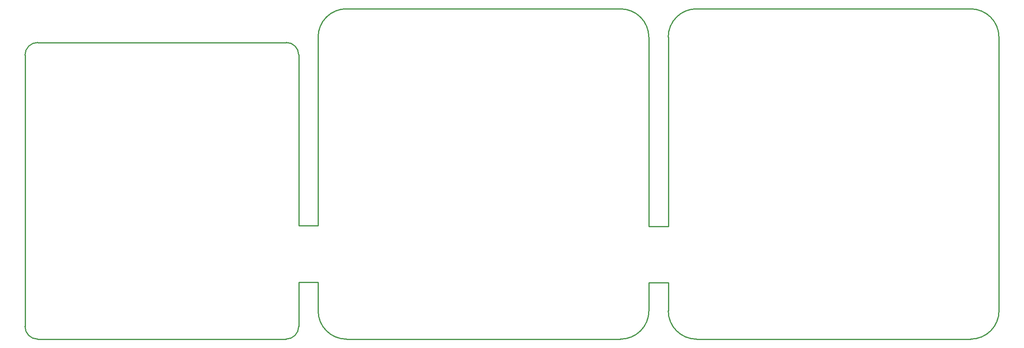
<source format=gbr>
%TF.GenerationSoftware,Altium Limited,Altium Designer,20.1.12 (249)*%
G04 Layer_Color=16711935*
%FSLAX26Y26*%
%MOIN*%
%TF.SameCoordinates,48E641B1-37B0-44A9-B879-09A3BD72E7FB*%
%TF.FilePolarity,Positive*%
%TF.FileFunction,Other,Mechanical_1*%
%TF.Part,Single*%
G01*
G75*
%TA.AperFunction,NonConductor*%
%ADD19C,0.010000*%
D19*
X2450866Y241221D02*
G03*
X2687087Y5000I236220J0D01*
G01*
X2686732Y2766929D02*
G03*
X2450512Y2530709I0J-236220D01*
G01*
X110276Y2485315D02*
G03*
X5000Y2380039I0J-105276D01*
G01*
X2288465Y2382362D02*
G03*
X2185512Y2485315I-102953J-0D01*
G01*
X5000Y110433D02*
G03*
X110433Y5000I105433J0D01*
G01*
X2183189D02*
G03*
X2288465Y110276I-0J105276D01*
G01*
X4974055Y5118D02*
G03*
X5210276Y241339I0J236220D01*
G01*
X8130787Y2530197D02*
G03*
X7894567Y2766418I-236220J0D01*
G01*
X5607756Y2766929D02*
G03*
X5371535Y2530709I0J-236220D01*
G01*
X5371890Y241221D02*
G03*
X5608110Y5000I236220J0D01*
G01*
X7895079Y5118D02*
G03*
X8131299Y241339I0J236220D01*
G01*
X5209764Y2530197D02*
G03*
X4973543Y2766418I-236220J0D01*
G01*
X5608110Y5000D02*
X7895079Y5000D01*
X2450433Y241654D02*
Y479370D01*
X2450709Y2530709D02*
X2450709Y954291D01*
X2687087Y5000D02*
X4974055Y5000D01*
X2686732Y2766765D02*
X4973543Y2766418D01*
X2289488Y111299D02*
Y479370D01*
X2288622Y954291D02*
X2288622Y2382362D01*
X5000Y110433D02*
Y2380039D01*
X110433Y5000D02*
X2183189D01*
X110276Y2485315D02*
X2185512D01*
X5371732Y241378D02*
Y477047D01*
X5210433Y241496D02*
Y477047D01*
X5210158Y948819D02*
X5371732D01*
X5210433Y477047D02*
X5371732D01*
X2288622Y954291D02*
X2450709D01*
X2289488Y479370D02*
X2450433D01*
X8131181Y2530197D02*
X8131181Y241339D01*
X5607756Y2766765D02*
X7894567Y2766418D01*
X5371732Y2530709D02*
X5371732Y948819D01*
X5210158Y2530197D02*
X5210158Y948819D01*
%TF.MD5,eae918ce335915407d531dd3db2715ce*%
M02*

</source>
